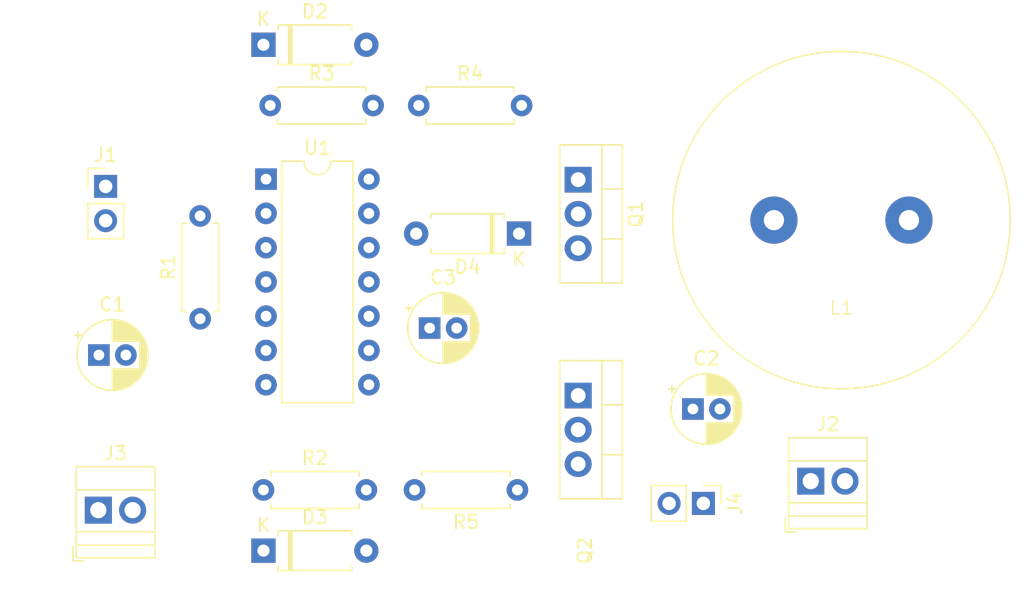
<source format=kicad_pcb>
(kicad_pcb (version 20240108) (generator "pcbnew") (generator_version "8.0")
  (layers (0 "F.Cu" signal) (31 "B.Cu" signal) (34 "B.Paste" user) (35 "F.Paste" user) (36 "B.SilkS" user "B.Silkscreen") (37 "F.SilkS" user "F.Silkscreen") (38 "B.Mask" user) (39 "F.Mask" user) (44 "Edge.Cuts" user))
  (net 0 "")
  (net 1 "Net-(J3-Pin_1)")
  (net 2 "GND")
  (net 3 "Net-(J2-Pin_1)")
  (net 4 "Net-(D4-K)")
  (net 5 "Net-(J4-Pin_2)")
  (net 6 "Net-(D2-K)")
  (net 7 "Net-(D2-A)")
  (net 8 "Net-(D3-K)")
  (net 9 "Net-(D3-A)")
  (net 10 "+12V")
  (net 11 "Net-(J1-Pin_2)")
  (net 12 "Net-(J1-Pin_1)")
  (footprint "Connector_PinHeader_2.54mm:PinHeader_1x02_P2.54mm_Vertical" (layer "F.Cu") (at 157.275 116 -90)
    (property "Reference" "J4" (at 0 -2.33 90) (layer "F.SilkS"))
    (property "Value" "Conn_01x02_Pin")
    (pad "1" thru_hole rect (at 0 0 270) (size 1.7 1.7) (drill 1) (layers "*.Cu" "*.Mask") (net 3 "Net-(J2-Pin_1)"))
    (pad "2" thru_hole oval (at 0 2.54 270) (size 1.7 1.7) (drill 1) (layers "*.Cu" "*.Mask") (net 5 "Net-(J4-Pin_2)"))
  )
  (footprint "TerminalBlock:TerminalBlock_Xinya_XY308-2.54-2P_1x02_P2.54mm_Horizontal" (layer "F.Cu") (at 165.225 114.35)
    (property "Reference" "J2" (at 1.27 -4.22 0) (layer "F.SilkS"))
    (property "Value" "Screw_Terminal_01x02")
    (pad "1" thru_hole rect (at 0 0) (size 2 2) (drill 1.2) (layers "*.Cu" "*.Mask") (net 3 "Net-(J2-Pin_1)"))
    (pad "2" thru_hole circle (at 2.54 0) (size 2 2) (drill 1.2) (layers "*.Cu" "*.Mask") (net 2 "GND"))
  )
  (footprint "BUCK_INDUCTOR:buck_inductor" (layer "F.Cu") (at 167.5 95)
    (property "Reference" "L1" (at 0 6.5 0) (layer "F.SilkS") (effects (font (thickness 0.1))))
    (property "Value" "1m")
    (pad "1" thru_hole circle (at -5 0) (size 3.5 3.5) (drill 1.5) (layers "*.Cu" "*.Mask") (net 3 "Net-(J2-Pin_1)"))
    (pad "2" thru_hole circle (at 5 0) (size 3.5 3.5) (drill 1.5) (layers "*.Cu" "*.Mask") (net 5 "Net-(J4-Pin_2)"))
  )
  (footprint "Diode_THT:D_A-405_P7.62mm_Horizontal" (layer "F.Cu") (at 143.62 96 180)
    (property "Reference" "D4" (at 3.81 -2.47 180) (layer "F.SilkS"))
    (property "Value" "D_Schottky")
    (fp_text user "K" (at 0 -1.9 180) (layer "F.SilkS"))
    (pad "1" thru_hole rect (at 0 0 180) (size 1.8 1.8) (drill 0.9) (layers "*.Cu" "*.Mask") (net 4 "Net-(D4-K)"))
    (pad "2" thru_hole oval (at 7.62 0 180) (size 1.8 1.8) (drill 0.9) (layers "*.Cu" "*.Mask") (net 10 "+12V"))
  )
  (footprint "Resistor_THT:R_Axial_DIN0207_L6.3mm_D2.5mm_P7.62mm_Horizontal" (layer "F.Cu") (at 136.19 86.5)
    (property "Reference" "R4" (at 3.81 -2.37 0) (layer "F.SilkS"))
    (property "Value" "100k")
    (pad "1" thru_hole circle (at 0 0) (size 1.6 1.6) (drill 0.8) (layers "*.Cu" "*.Mask") (net 7 "Net-(D2-A)"))
    (pad "2" thru_hole oval (at 7.62 0) (size 1.6 1.6) (drill 0.8) (layers "*.Cu" "*.Mask") (net 5 "Net-(J4-Pin_2)"))
  )
  (footprint "Resistor_THT:R_Axial_DIN0207_L6.3mm_D2.5mm_P7.62mm_Horizontal" (layer "F.Cu") (at 120 102.31 90)
    (property "Reference" "R1" (at 3.81 -2.37 270) (layer "F.SilkS"))
    (property "Value" "10k")
    (pad "1" thru_hole circle (at 0 0 90) (size 1.6 1.6) (drill 0.8) (layers "*.Cu" "*.Mask") (net 10 "+12V"))
    (pad "2" thru_hole oval (at 7.62 0 90) (size 1.6 1.6) (drill 0.8) (layers "*.Cu" "*.Mask") (net 11 "Net-(J1-Pin_2)"))
  )
  (footprint "Capacitor_THT:CP_Radial_D5.0mm_P2.00mm" (layer "F.Cu") (at 156.5 109)
    (property "Reference" "C2" (at 1 -3.75 0) (layer "F.SilkS"))
    (property "Value" "2.2u")
    (pad "1" thru_hole rect (at 0 0) (size 1.6 1.6) (drill 0.8) (layers "*.Cu" "*.Mask") (net 3 "Net-(J2-Pin_1)"))
    (pad "2" thru_hole circle (at 2 0) (size 1.6 1.6) (drill 0.8) (layers "*.Cu" "*.Mask") (net 2 "GND"))
  )
  (footprint "TerminalBlock:TerminalBlock_Xinya_XY308-2.54-2P_1x02_P2.54mm_Horizontal" (layer "F.Cu") (at 112.46 116.5)
    (property "Reference" "J3" (at 1.27 -4.22 0) (layer "F.SilkS"))
    (property "Value" "Screw_Terminal_01x02")
    (pad "1" thru_hole rect (at 0 0) (size 2 2) (drill 1.2) (layers "*.Cu" "*.Mask") (net 1 "Net-(J3-Pin_1)"))
    (pad "2" thru_hole circle (at 2.54 0) (size 2 2) (drill 1.2) (layers "*.Cu" "*.Mask") (net 2 "GND"))
  )
  (footprint "Resistor_THT:R_Axial_DIN0207_L6.3mm_D2.5mm_P7.62mm_Horizontal" (layer "F.Cu") (at 143.5 115 180)
    (property "Reference" "R5" (at 3.81 -2.37 180) (layer "F.SilkS"))
    (property "Value" "100k")
    (pad "1" thru_hole circle (at 0 0 180) (size 1.6 1.6) (drill 0.8) (layers "*.Cu" "*.Mask") (net 9 "Net-(D3-A)"))
    (pad "2" thru_hole oval (at 7.62 0 180) (size 1.6 1.6) (drill 0.8) (layers "*.Cu" "*.Mask") (net 2 "GND"))
  )
  (footprint "Capacitor_THT:CP_Radial_D5.0mm_P2.00mm" (layer "F.Cu") (at 137 103)
    (property "Reference" "C3" (at 1 -3.75 0) (layer "F.SilkS"))
    (property "Value" "100n")
    (pad "1" thru_hole rect (at 0 0) (size 1.6 1.6) (drill 0.8) (layers "*.Cu" "*.Mask") (net 4 "Net-(D4-K)"))
    (pad "2" thru_hole circle (at 2 0) (size 1.6 1.6) (drill 0.8) (layers "*.Cu" "*.Mask") (net 5 "Net-(J4-Pin_2)"))
  )
  (footprint "Diode_THT:D_A-405_P7.62mm_Horizontal" (layer "F.Cu") (at 124.69 119.5)
    (property "Reference" "D3" (at 3.81 -2.47 0) (layer "F.SilkS"))
    (property "Value" "D_Schottky")
    (fp_text user "K" (at 0 -1.9 0) (layer "F.SilkS"))
    (pad "1" thru_hole rect (at 0 0) (size 1.8 1.8) (drill 0.9) (layers "*.Cu" "*.Mask") (net 8 "Net-(D3-K)"))
    (pad "2" thru_hole oval (at 7.62 0) (size 1.8 1.8) (drill 0.9) (layers "*.Cu" "*.Mask") (net 9 "Net-(D3-A)"))
  )
  (footprint "Resistor_THT:R_Axial_DIN0207_L6.3mm_D2.5mm_P7.62mm_Horizontal" (layer "F.Cu") (at 125.19 86.5)
    (property "Reference" "R3" (at 3.81 -2.37 0) (layer "F.SilkS"))
    (property "Value" "10")
    (pad "1" thru_hole circle (at 0 0) (size 1.6 1.6) (drill 0.8) (layers "*.Cu" "*.Mask") (net 6 "Net-(D2-K)"))
    (pad "2" thru_hole oval (at 7.62 0) (size 1.6 1.6) (drill 0.8) (layers "*.Cu" "*.Mask") (net 7 "Net-(D2-A)"))
  )
  (footprint "Package_TO_SOT_THT:TO-220-3_Vertical" (layer "F.Cu") (at 148 108 -90)
    (property "Reference" "Q2" (at 11.5 -0.5 90) (layer "F.SilkS"))
    (property "Value" "NMOS")
    (pad "1" thru_hole rect (at 0 0 270) (size 1.905 2) (drill 1.1) (layers "*.Cu" "*.Mask") (net 5 "Net-(J4-Pin_2)"))
    (pad "2" thru_hole oval (at 2.54 0 270) (size 1.905 2) (drill 1.1) (layers "*.Cu" "*.Mask") (net 9 "Net-(D3-A)"))
    (pad "3" thru_hole oval (at 5.08 0 270) (size 1.905 2) (drill 1.1) (layers "*.Cu" "*.Mask") (net 2 "GND"))
  )
  (footprint "Capacitor_THT:CP_Radial_D5.0mm_P2.00mm" (layer "F.Cu") (at 112.5 105)
    (property "Reference" "C1" (at 1 -3.75 0) (layer "F.SilkS"))
    (property "Value" "6.8u")
    (pad "1" thru_hole rect (at 0 0) (size 1.6 1.6) (drill 0.8) (layers "*.Cu" "*.Mask") (net 1 "Net-(J3-Pin_1)"))
    (pad "2" thru_hole circle (at 2 0) (size 1.6 1.6) (drill 0.8) (layers "*.Cu" "*.Mask") (net 2 "GND"))
  )
  (footprint "Connector_PinHeader_2.54mm:PinHeader_1x02_P2.54mm_Vertical" (layer "F.Cu") (at 113 92.5)
    (property "Reference" "J1" (at 0 -2.33 0) (layer "F.SilkS"))
    (property "Value" "Conn_01x02_Pin")
    (pad "1" thru_hole rect (at 0 0) (size 1.7 1.7) (drill 1) (layers "*.Cu" "*.Mask") (net 12 "Net-(J1-Pin_1)"))
    (pad "2" thru_hole oval (at 0 2.54) (size 1.7 1.7) (drill 1) (layers "*.Cu" "*.Mask") (net 11 "Net-(J1-Pin_2)"))
  )
  (footprint "Diode_THT:D_A-405_P7.62mm_Horizontal" (layer "F.Cu") (at 124.69 82)
    (property "Reference" "D2" (at 3.81 -2.47 0) (layer "F.SilkS"))
    (property "Value" "D_Schottky")
    (fp_text user "K" (at 0 -1.9 0) (layer "F.SilkS"))
    (pad "1" thru_hole rect (at 0 0) (size 1.8 1.8) (drill 0.9) (layers "*.Cu" "*.Mask") (net 6 "Net-(D2-K)"))
    (pad "2" thru_hole oval (at 7.62 0) (size 1.8 1.8) (drill 0.9) (layers "*.Cu" "*.Mask") (net 7 "Net-(D2-A)"))
  )
  (footprint "Package_TO_SOT_THT:TO-220-3_Vertical" (layer "F.Cu") (at 148 92 -90)
    (property "Reference" "Q1" (at 2.54 -4.27 90) (layer "F.SilkS"))
    (property "Value" "NMOS")
    (pad "1" thru_hole rect (at 0 0 270) (size 1.905 2) (drill 1.1) (layers "*.Cu" "*.Mask") (net 1 "Net-(J3-Pin_1)"))
    (pad "2" thru_hole oval (at 2.54 0 270) (size 1.905 2) (drill 1.1) (layers "*.Cu" "*.Mask") (net 7 "Net-(D2-A)"))
    (pad "3" thru_hole oval (at 5.08 0 270) (size 1.905 2) (drill 1.1) (layers "*.Cu" "*.Mask") (net 5 "Net-(J4-Pin_2)"))
  )
  (footprint "Package_DIP:DIP-14_W7.62mm" (layer "F.Cu") (at 124.88 91.96)
    (property "Reference" "U1" (at 3.81 -2.33 0) (layer "F.SilkS"))
    (property "Value" "IR2184")
    (pad "1" thru_hole rect (at 0 0) (size 1.6 1.6) (drill 0.8) (layers "*.Cu" "*.Mask") (net 12 "Net-(J1-Pin_1)"))
    (pad "2" thru_hole oval (at 0 2.54) (size 1.6 1.6) (drill 0.8) (layers "*.Cu" "*.Mask") (net 11 "Net-(J1-Pin_2)"))
    (pad "3" thru_hole oval (at 0 5.08) (size 1.6 1.6) (drill 0.8) (layers "*.Cu" "*.Mask") (net 2 "GND"))
    (pad "4" thru_hole oval (at 0 7.62) (size 1.6 1.6) (drill 0.8) (layers "*.Cu" "*.Mask") (net 8 "Net-(D3-K)"))
    (pad "5" thru_hole oval (at 0 10.16) (size 1.6 1.6) (drill 0.8) (layers "*.Cu" "*.Mask") (net 10 "+12V"))
    (pad "6" thru_hole oval (at 0 12.7) (size 1.6 1.6) (drill 0.8) (layers "*.Cu" "*.Mask") (net 5 "Net-(J4-Pin_2)"))
    (pad "7" thru_hole oval (at 0 15.24) (size 1.6 1.6) (drill 0.8) (layers "*.Cu" "*.Mask") (net 6 "Net-(D2-K)"))
    (pad "8" thru_hole oval (at 7.62 15.24) (size 1.6 1.6) (drill 0.8) (layers "*.Cu" "*.Mask") (net 4 "Net-(D4-K)"))
    (pad "9" thru_hole oval (at 7.62 12.7) (size 1.6 1.6) (drill 0.8) (layers "*.Cu" "*.Mask"))
    (pad "10" thru_hole oval (at 7.62 10.16) (size 1.6 1.6) (drill 0.8) (layers "*.Cu" "*.Mask"))
    (pad "11" thru_hole oval (at 7.62 7.62) (size 1.6 1.6) (drill 0.8) (layers "*.Cu" "*.Mask"))
    (pad "12" thru_hole oval (at 7.62 5.08) (size 1.6 1.6) (drill 0.8) (layers "*.Cu" "*.Mask"))
    (pad "13" thru_hole oval (at 7.62 2.54) (size 1.6 1.6) (drill 0.8) (layers "*.Cu" "*.Mask"))
    (pad "14" thru_hole oval (at 7.62 0) (size 1.6 1.6) (drill 0.8) (layers "*.Cu" "*.Mask"))
  )
  (footprint "Resistor_THT:R_Axial_DIN0207_L6.3mm_D2.5mm_P7.62mm_Horizontal" (layer "F.Cu") (at 124.69 115)
    (property "Reference" "R2" (at 3.81 -2.37 0) (layer "F.SilkS"))
    (property "Value" "10")
    (pad "1" thru_hole circle (at 0 0) (size 1.6 1.6) (drill 0.8) (layers "*.Cu" "*.Mask") (net 8 "Net-(D3-K)"))
    (pad "2" thru_hole oval (at 7.62 0) (size 1.6 1.6) (drill 0.8) (layers "*.Cu" "*.Mask") (net 9 "Net-(D3-A)"))
  )
)
</source>
